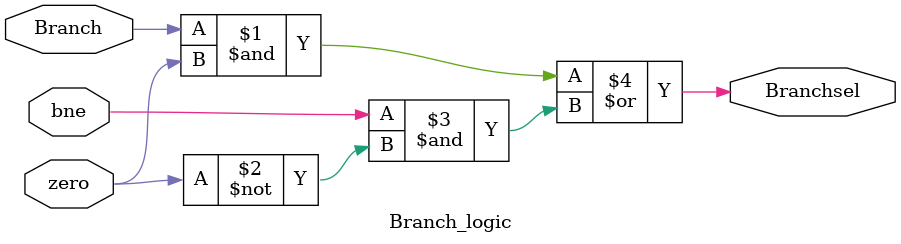
<source format=v>
module Branch_logic(
input Branch, bne, zero,
output Branchsel);
assign Branchsel = (Branch & zero) | (bne & ~zero);
endmodule

</source>
